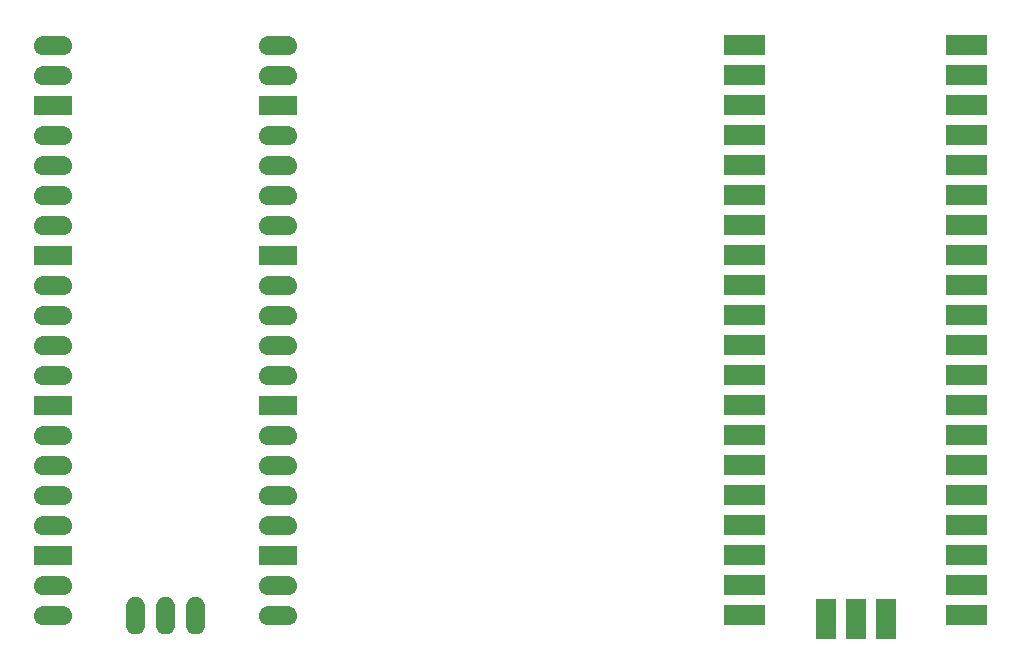
<source format=gtp>
G04 Layer: TopPasteMaskLayer*
G04 EasyEDA v6.5.1, 2022-06-12 07:01:07*
G04 a67cddfb3fce44daa9051d46cbbcc19f,10*
G04 Gerber Generator version 0.2*
G04 Scale: 100 percent, Rotated: No, Reflected: No *
G04 Dimensions in inches *
G04 leading zeros omitted , absolute positions ,3 integer and 6 decimal *
%FSLAX36Y36*%
%MOIN*%

%ADD14R,0.0669X0.1378*%

%LPD*%
G36*
X2461104Y2383465D02*
G01*
X2598895Y2383465D01*
X2598895Y2316534D01*
X2461104Y2316534D01*
G37*
G36*
X2461104Y2283465D02*
G01*
X2598895Y2283465D01*
X2598895Y2216534D01*
X2461104Y2216534D01*
G37*
G36*
X2461104Y2183465D02*
G01*
X2598895Y2183465D01*
X2598895Y2116534D01*
X2461104Y2116534D01*
G37*
G36*
X2461104Y2083465D02*
G01*
X2598895Y2083465D01*
X2598895Y2016534D01*
X2461104Y2016534D01*
G37*
G36*
X2461104Y1983465D02*
G01*
X2598895Y1983465D01*
X2598895Y1916534D01*
X2461104Y1916534D01*
G37*
G36*
X2461104Y1883465D02*
G01*
X2598895Y1883465D01*
X2598895Y1816534D01*
X2461104Y1816534D01*
G37*
G36*
X2461104Y1783465D02*
G01*
X2598895Y1783465D01*
X2598895Y1716534D01*
X2461104Y1716534D01*
G37*
G36*
X2461104Y1683465D02*
G01*
X2598895Y1683465D01*
X2598895Y1616534D01*
X2461104Y1616534D01*
G37*
G36*
X2461104Y1583465D02*
G01*
X2598895Y1583465D01*
X2598895Y1516534D01*
X2461104Y1516534D01*
G37*
G36*
X2461104Y1483465D02*
G01*
X2598895Y1483465D01*
X2598895Y1416534D01*
X2461104Y1416534D01*
G37*
G36*
X2461104Y1383465D02*
G01*
X2598895Y1383465D01*
X2598895Y1316534D01*
X2461104Y1316534D01*
G37*
G36*
X2461104Y1283465D02*
G01*
X2598895Y1283465D01*
X2598895Y1216534D01*
X2461104Y1216534D01*
G37*
G36*
X2461104Y1183465D02*
G01*
X2598895Y1183465D01*
X2598895Y1116534D01*
X2461104Y1116534D01*
G37*
G36*
X2461104Y1083465D02*
G01*
X2598895Y1083465D01*
X2598895Y1016534D01*
X2461104Y1016534D01*
G37*
G36*
X2461104Y983465D02*
G01*
X2598895Y983465D01*
X2598895Y916534D01*
X2461104Y916534D01*
G37*
G36*
X2461104Y883465D02*
G01*
X2598895Y883465D01*
X2598895Y816534D01*
X2461104Y816534D01*
G37*
G36*
X2461104Y783465D02*
G01*
X2598895Y783465D01*
X2598895Y716534D01*
X2461104Y716534D01*
G37*
G36*
X2461104Y683465D02*
G01*
X2598895Y683465D01*
X2598895Y616534D01*
X2461104Y616534D01*
G37*
G36*
X2461104Y583465D02*
G01*
X2598895Y583465D01*
X2598895Y516534D01*
X2461104Y516534D01*
G37*
G36*
X2461104Y483465D02*
G01*
X2598895Y483465D01*
X2598895Y416534D01*
X2461104Y416534D01*
G37*
G36*
X3201104Y2383465D02*
G01*
X3338895Y2383465D01*
X3338895Y2316534D01*
X3201104Y2316534D01*
G37*
G36*
X3201104Y2283465D02*
G01*
X3338895Y2283465D01*
X3338895Y2216534D01*
X3201104Y2216534D01*
G37*
G36*
X3201104Y2183465D02*
G01*
X3338895Y2183465D01*
X3338895Y2116534D01*
X3201104Y2116534D01*
G37*
G36*
X3201104Y2083465D02*
G01*
X3338895Y2083465D01*
X3338895Y2016534D01*
X3201104Y2016534D01*
G37*
G36*
X3201104Y1983465D02*
G01*
X3338895Y1983465D01*
X3338895Y1916534D01*
X3201104Y1916534D01*
G37*
G36*
X3201104Y1883465D02*
G01*
X3338895Y1883465D01*
X3338895Y1816534D01*
X3201104Y1816534D01*
G37*
G36*
X3201104Y1783465D02*
G01*
X3338895Y1783465D01*
X3338895Y1716534D01*
X3201104Y1716534D01*
G37*
G36*
X3201104Y1683465D02*
G01*
X3338895Y1683465D01*
X3338895Y1616534D01*
X3201104Y1616534D01*
G37*
G36*
X3201104Y1583465D02*
G01*
X3338895Y1583465D01*
X3338895Y1516534D01*
X3201104Y1516534D01*
G37*
G36*
X3201104Y1483465D02*
G01*
X3338895Y1483465D01*
X3338895Y1416534D01*
X3201104Y1416534D01*
G37*
G36*
X3201104Y1383465D02*
G01*
X3338895Y1383465D01*
X3338895Y1316534D01*
X3201104Y1316534D01*
G37*
G36*
X3201104Y1283465D02*
G01*
X3338895Y1283465D01*
X3338895Y1216534D01*
X3201104Y1216534D01*
G37*
G36*
X3201104Y1183465D02*
G01*
X3338895Y1183465D01*
X3338895Y1116534D01*
X3201104Y1116534D01*
G37*
G36*
X3201104Y1083465D02*
G01*
X3338895Y1083465D01*
X3338895Y1016534D01*
X3201104Y1016534D01*
G37*
G36*
X3201104Y983465D02*
G01*
X3338895Y983465D01*
X3338895Y916534D01*
X3201104Y916534D01*
G37*
G36*
X3201104Y883465D02*
G01*
X3338895Y883465D01*
X3338895Y816534D01*
X3201104Y816534D01*
G37*
G36*
X3201104Y783465D02*
G01*
X3338895Y783465D01*
X3338895Y716534D01*
X3201104Y716534D01*
G37*
G36*
X3201104Y683465D02*
G01*
X3338895Y683465D01*
X3338895Y616534D01*
X3201104Y616534D01*
G37*
G36*
X3201104Y583465D02*
G01*
X3338895Y583465D01*
X3338895Y516534D01*
X3201104Y516534D01*
G37*
G36*
X3201104Y483465D02*
G01*
X3338895Y483465D01*
X3338895Y416534D01*
X3201104Y416534D01*
G37*
D14*
G01*
X2800000Y439059D03*
G01*
X2900000Y439059D03*
G01*
X3000000Y439059D03*
G36*
X943500Y2318499D02*
G01*
X939709Y2318730D01*
X935969Y2319420D01*
X932330Y2320549D01*
X928869Y2322109D01*
X925609Y2324079D01*
X922619Y2326419D01*
X919930Y2329109D01*
X917579Y2332109D01*
X915609Y2335359D01*
X914049Y2338829D01*
X912920Y2342460D01*
X912240Y2346199D01*
X912010Y2350000D01*
X912240Y2353789D01*
X912920Y2357539D01*
X914049Y2361170D01*
X915609Y2364640D01*
X917579Y2367890D01*
X919930Y2370880D01*
X922619Y2373569D01*
X925609Y2375920D01*
X928869Y2377890D01*
X932330Y2379450D01*
X935969Y2380580D01*
X939709Y2381260D01*
X943500Y2381489D01*
X1006499Y2381489D01*
X1010290Y2381260D01*
X1014030Y2380580D01*
X1017659Y2379450D01*
X1021130Y2377890D01*
X1024390Y2375920D01*
X1027380Y2373569D01*
X1030069Y2370880D01*
X1032420Y2367890D01*
X1034380Y2364640D01*
X1035940Y2361170D01*
X1037079Y2357539D01*
X1037759Y2353789D01*
X1037989Y2350000D01*
X1037759Y2346199D01*
X1037079Y2342460D01*
X1035940Y2338829D01*
X1034380Y2335359D01*
X1032420Y2332109D01*
X1030069Y2329109D01*
X1027380Y2326419D01*
X1024390Y2324079D01*
X1021130Y2322109D01*
X1017659Y2320549D01*
X1014030Y2319420D01*
X1010290Y2318730D01*
X1006499Y2318499D01*
G37*
G36*
X943500Y2218499D02*
G01*
X939709Y2218730D01*
X935969Y2219420D01*
X932330Y2220549D01*
X928869Y2222109D01*
X925609Y2224079D01*
X922619Y2226419D01*
X919930Y2229109D01*
X917579Y2232109D01*
X915609Y2235359D01*
X914049Y2238829D01*
X912920Y2242460D01*
X912240Y2246199D01*
X912010Y2250000D01*
X912240Y2253789D01*
X912920Y2257539D01*
X914049Y2261170D01*
X915609Y2264640D01*
X917579Y2267890D01*
X919930Y2270880D01*
X922619Y2273569D01*
X925609Y2275920D01*
X928869Y2277890D01*
X932330Y2279450D01*
X935969Y2280580D01*
X939709Y2281260D01*
X943500Y2281489D01*
X1006499Y2281489D01*
X1010290Y2281260D01*
X1014030Y2280580D01*
X1017659Y2279450D01*
X1021130Y2277890D01*
X1024390Y2275920D01*
X1027380Y2273569D01*
X1030069Y2270880D01*
X1032420Y2267890D01*
X1034380Y2264640D01*
X1035940Y2261170D01*
X1037079Y2257539D01*
X1037759Y2253789D01*
X1037989Y2250000D01*
X1037759Y2246199D01*
X1037079Y2242460D01*
X1035940Y2238829D01*
X1034380Y2235359D01*
X1032420Y2232109D01*
X1030069Y2229109D01*
X1027380Y2226419D01*
X1024390Y2224079D01*
X1021130Y2222109D01*
X1017659Y2220549D01*
X1014030Y2219420D01*
X1010290Y2218730D01*
X1006499Y2218499D01*
G37*
G36*
X912010Y2118499D02*
G01*
X912010Y2181489D01*
X1037989Y2181489D01*
X1037989Y2118499D01*
G37*
G36*
X943500Y2018499D02*
G01*
X939709Y2018730D01*
X935969Y2019420D01*
X932330Y2020549D01*
X928869Y2022109D01*
X925609Y2024079D01*
X922619Y2026419D01*
X919930Y2029109D01*
X917579Y2032109D01*
X915609Y2035359D01*
X914049Y2038829D01*
X912920Y2042460D01*
X912240Y2046199D01*
X912010Y2050000D01*
X912240Y2053800D01*
X912920Y2057539D01*
X914049Y2061170D01*
X915609Y2064640D01*
X917579Y2067890D01*
X919930Y2070880D01*
X922619Y2073569D01*
X925609Y2075920D01*
X928869Y2077890D01*
X932330Y2079450D01*
X935969Y2080580D01*
X939709Y2081269D01*
X943500Y2081489D01*
X1006499Y2081489D01*
X1010290Y2081269D01*
X1014030Y2080580D01*
X1017659Y2079450D01*
X1021130Y2077890D01*
X1024390Y2075920D01*
X1027380Y2073569D01*
X1030069Y2070880D01*
X1032420Y2067890D01*
X1034380Y2064640D01*
X1035940Y2061170D01*
X1037079Y2057539D01*
X1037759Y2053800D01*
X1037989Y2050000D01*
X1037759Y2046199D01*
X1037079Y2042460D01*
X1035940Y2038829D01*
X1034380Y2035359D01*
X1032420Y2032109D01*
X1030069Y2029109D01*
X1027380Y2026419D01*
X1024390Y2024079D01*
X1021130Y2022109D01*
X1017659Y2020549D01*
X1014030Y2019420D01*
X1010290Y2018730D01*
X1006499Y2018499D01*
G37*
G36*
X943500Y1918499D02*
G01*
X939709Y1918730D01*
X935969Y1919420D01*
X932330Y1920549D01*
X928869Y1922109D01*
X925609Y1924079D01*
X922619Y1926419D01*
X919930Y1929109D01*
X917579Y1932109D01*
X915609Y1935359D01*
X914049Y1938829D01*
X912920Y1942460D01*
X912240Y1946199D01*
X912010Y1950000D01*
X912240Y1953800D01*
X912920Y1957539D01*
X914049Y1961170D01*
X915609Y1964640D01*
X917579Y1967890D01*
X919930Y1970880D01*
X922619Y1973569D01*
X925609Y1975920D01*
X928869Y1977890D01*
X932330Y1979450D01*
X935969Y1980580D01*
X939709Y1981269D01*
X943500Y1981489D01*
X1006499Y1981489D01*
X1010290Y1981269D01*
X1014030Y1980580D01*
X1017659Y1979450D01*
X1021130Y1977890D01*
X1024390Y1975920D01*
X1027380Y1973569D01*
X1030069Y1970880D01*
X1032420Y1967890D01*
X1034380Y1964640D01*
X1035940Y1961170D01*
X1037079Y1957539D01*
X1037759Y1953800D01*
X1037989Y1950000D01*
X1037759Y1946199D01*
X1037079Y1942460D01*
X1035940Y1938829D01*
X1034380Y1935359D01*
X1032420Y1932109D01*
X1030069Y1929109D01*
X1027380Y1926419D01*
X1024390Y1924079D01*
X1021130Y1922109D01*
X1017659Y1920549D01*
X1014030Y1919420D01*
X1010290Y1918730D01*
X1006499Y1918499D01*
G37*
G36*
X943500Y1818499D02*
G01*
X939709Y1818730D01*
X935969Y1819420D01*
X932330Y1820549D01*
X928869Y1822109D01*
X925609Y1824079D01*
X922619Y1826419D01*
X919930Y1829109D01*
X917579Y1832109D01*
X915609Y1835359D01*
X914049Y1838829D01*
X912920Y1842460D01*
X912240Y1846199D01*
X912010Y1850000D01*
X912240Y1853800D01*
X912920Y1857539D01*
X914049Y1861170D01*
X915609Y1864640D01*
X917579Y1867890D01*
X919930Y1870880D01*
X922619Y1873569D01*
X925609Y1875920D01*
X928869Y1877890D01*
X932330Y1879450D01*
X935969Y1880580D01*
X939709Y1881269D01*
X943500Y1881500D01*
X1006499Y1881500D01*
X1010290Y1881269D01*
X1014030Y1880580D01*
X1017659Y1879450D01*
X1021130Y1877890D01*
X1024390Y1875920D01*
X1027380Y1873569D01*
X1030069Y1870880D01*
X1032420Y1867890D01*
X1034380Y1864640D01*
X1035940Y1861170D01*
X1037079Y1857539D01*
X1037759Y1853800D01*
X1037989Y1850000D01*
X1037759Y1846199D01*
X1037079Y1842460D01*
X1035940Y1838829D01*
X1034380Y1835359D01*
X1032420Y1832109D01*
X1030069Y1829109D01*
X1027380Y1826419D01*
X1024390Y1824079D01*
X1021130Y1822109D01*
X1017659Y1820549D01*
X1014030Y1819420D01*
X1010290Y1818730D01*
X1006499Y1818499D01*
G37*
G36*
X943500Y1718499D02*
G01*
X939709Y1718730D01*
X935969Y1719420D01*
X932330Y1720549D01*
X928869Y1722109D01*
X925609Y1724079D01*
X922619Y1726419D01*
X919930Y1729109D01*
X917579Y1732109D01*
X915609Y1735359D01*
X914049Y1738829D01*
X912920Y1742460D01*
X912240Y1746199D01*
X912010Y1750000D01*
X912240Y1753800D01*
X912920Y1757539D01*
X914049Y1761170D01*
X915609Y1764640D01*
X917579Y1767890D01*
X919930Y1770890D01*
X922619Y1773569D01*
X925609Y1775920D01*
X928869Y1777890D01*
X932330Y1779450D01*
X935969Y1780580D01*
X939709Y1781269D01*
X943500Y1781500D01*
X1006499Y1781500D01*
X1010290Y1781269D01*
X1014030Y1780580D01*
X1017659Y1779450D01*
X1021130Y1777890D01*
X1024390Y1775920D01*
X1027380Y1773569D01*
X1030069Y1770890D01*
X1032420Y1767890D01*
X1034380Y1764640D01*
X1035940Y1761170D01*
X1037079Y1757539D01*
X1037759Y1753800D01*
X1037989Y1750000D01*
X1037759Y1746199D01*
X1037079Y1742460D01*
X1035940Y1738829D01*
X1034380Y1735359D01*
X1032420Y1732109D01*
X1030069Y1729109D01*
X1027380Y1726419D01*
X1024390Y1724079D01*
X1021130Y1722109D01*
X1017659Y1720549D01*
X1014030Y1719420D01*
X1010290Y1718730D01*
X1006499Y1718499D01*
G37*
G36*
X912010Y1618499D02*
G01*
X912010Y1681500D01*
X1037989Y1681500D01*
X1037989Y1618499D01*
G37*
G36*
X943500Y1518499D02*
G01*
X939709Y1518730D01*
X935969Y1519420D01*
X932330Y1520549D01*
X928869Y1522109D01*
X925609Y1524079D01*
X922619Y1526419D01*
X919930Y1529109D01*
X917579Y1532109D01*
X915609Y1535359D01*
X914049Y1538829D01*
X912920Y1542460D01*
X912240Y1546199D01*
X912010Y1550000D01*
X912240Y1553800D01*
X912920Y1557539D01*
X914049Y1561170D01*
X915609Y1564640D01*
X917579Y1567890D01*
X919930Y1570890D01*
X922619Y1573569D01*
X925609Y1575920D01*
X928869Y1577890D01*
X932330Y1579450D01*
X935969Y1580580D01*
X939709Y1581269D01*
X943500Y1581500D01*
X1006499Y1581500D01*
X1010290Y1581269D01*
X1014030Y1580580D01*
X1017659Y1579450D01*
X1021130Y1577890D01*
X1024390Y1575920D01*
X1027380Y1573569D01*
X1030069Y1570890D01*
X1032420Y1567890D01*
X1034380Y1564640D01*
X1035940Y1561170D01*
X1037079Y1557539D01*
X1037759Y1553800D01*
X1037989Y1550000D01*
X1037759Y1546199D01*
X1037079Y1542460D01*
X1035940Y1538829D01*
X1034380Y1535359D01*
X1032420Y1532109D01*
X1030069Y1529109D01*
X1027380Y1526419D01*
X1024390Y1524079D01*
X1021130Y1522109D01*
X1017659Y1520549D01*
X1014030Y1519420D01*
X1010290Y1518730D01*
X1006499Y1518499D01*
G37*
G36*
X943500Y1418499D02*
G01*
X939709Y1418730D01*
X935969Y1419420D01*
X932330Y1420549D01*
X928869Y1422109D01*
X925609Y1424079D01*
X922619Y1426419D01*
X919930Y1429109D01*
X917579Y1432109D01*
X915609Y1435359D01*
X914049Y1438829D01*
X912920Y1442460D01*
X912240Y1446199D01*
X912010Y1450000D01*
X912240Y1453800D01*
X912920Y1457539D01*
X914049Y1461170D01*
X915609Y1464640D01*
X917579Y1467890D01*
X919930Y1470890D01*
X922619Y1473569D01*
X925609Y1475920D01*
X928869Y1477890D01*
X932330Y1479450D01*
X935969Y1480580D01*
X939709Y1481269D01*
X943500Y1481500D01*
X1006499Y1481500D01*
X1010290Y1481269D01*
X1014030Y1480580D01*
X1017659Y1479450D01*
X1021130Y1477890D01*
X1024390Y1475920D01*
X1027380Y1473569D01*
X1030069Y1470890D01*
X1032420Y1467890D01*
X1034380Y1464640D01*
X1035940Y1461170D01*
X1037079Y1457539D01*
X1037759Y1453800D01*
X1037989Y1450000D01*
X1037759Y1446199D01*
X1037079Y1442460D01*
X1035940Y1438829D01*
X1034380Y1435359D01*
X1032420Y1432109D01*
X1030069Y1429109D01*
X1027380Y1426419D01*
X1024390Y1424079D01*
X1021130Y1422109D01*
X1017659Y1420549D01*
X1014030Y1419420D01*
X1010290Y1418730D01*
X1006499Y1418499D01*
G37*
G36*
X943500Y1318499D02*
G01*
X939709Y1318730D01*
X935969Y1319420D01*
X932330Y1320549D01*
X928869Y1322109D01*
X925609Y1324079D01*
X922619Y1326430D01*
X919930Y1329109D01*
X917579Y1332109D01*
X915609Y1335359D01*
X914049Y1338829D01*
X912920Y1342460D01*
X912240Y1346199D01*
X912010Y1350000D01*
X912240Y1353800D01*
X912920Y1357539D01*
X914049Y1361170D01*
X915609Y1364640D01*
X917579Y1367890D01*
X919930Y1370890D01*
X922619Y1373580D01*
X925609Y1375920D01*
X928869Y1377890D01*
X932330Y1379450D01*
X935969Y1380580D01*
X939709Y1381269D01*
X943500Y1381500D01*
X1006499Y1381500D01*
X1010290Y1381269D01*
X1014030Y1380580D01*
X1017659Y1379450D01*
X1021130Y1377890D01*
X1024390Y1375920D01*
X1027380Y1373580D01*
X1030069Y1370890D01*
X1032420Y1367890D01*
X1034380Y1364640D01*
X1035940Y1361170D01*
X1037079Y1357539D01*
X1037759Y1353800D01*
X1037989Y1350000D01*
X1037759Y1346199D01*
X1037079Y1342460D01*
X1035940Y1338829D01*
X1034380Y1335359D01*
X1032420Y1332109D01*
X1030069Y1329109D01*
X1027380Y1326430D01*
X1024390Y1324079D01*
X1021130Y1322109D01*
X1017659Y1320549D01*
X1014030Y1319420D01*
X1010290Y1318730D01*
X1006499Y1318499D01*
G37*
G36*
X943500Y1218499D02*
G01*
X939709Y1218730D01*
X935969Y1219420D01*
X932330Y1220549D01*
X928869Y1222109D01*
X925609Y1224079D01*
X922619Y1226430D01*
X919930Y1229109D01*
X917579Y1232109D01*
X915609Y1235359D01*
X914049Y1238829D01*
X912920Y1242460D01*
X912240Y1246199D01*
X912010Y1250000D01*
X912240Y1253800D01*
X912920Y1257539D01*
X914049Y1261170D01*
X915609Y1264640D01*
X917579Y1267890D01*
X919930Y1270890D01*
X922619Y1273580D01*
X925609Y1275920D01*
X928869Y1277890D01*
X932330Y1279450D01*
X935969Y1280580D01*
X939709Y1281269D01*
X943500Y1281500D01*
X1006499Y1281500D01*
X1010290Y1281269D01*
X1014030Y1280580D01*
X1017659Y1279450D01*
X1021130Y1277890D01*
X1024390Y1275920D01*
X1027380Y1273580D01*
X1030069Y1270890D01*
X1032420Y1267890D01*
X1034380Y1264640D01*
X1035940Y1261170D01*
X1037079Y1257539D01*
X1037759Y1253800D01*
X1037989Y1250000D01*
X1037759Y1246199D01*
X1037079Y1242460D01*
X1035940Y1238829D01*
X1034380Y1235359D01*
X1032420Y1232109D01*
X1030069Y1229109D01*
X1027380Y1226430D01*
X1024390Y1224079D01*
X1021130Y1222109D01*
X1017659Y1220549D01*
X1014030Y1219420D01*
X1010290Y1218730D01*
X1006499Y1218499D01*
G37*
G36*
X912010Y1118499D02*
G01*
X912010Y1181500D01*
X1037989Y1181500D01*
X1037989Y1118499D01*
G37*
G36*
X943500Y1018499D02*
G01*
X939709Y1018730D01*
X935969Y1019420D01*
X932330Y1020549D01*
X928869Y1022109D01*
X925609Y1024079D01*
X922619Y1026430D01*
X919930Y1029109D01*
X917579Y1032109D01*
X915609Y1035359D01*
X914049Y1038829D01*
X912920Y1042460D01*
X912240Y1046199D01*
X912010Y1050000D01*
X912240Y1053800D01*
X912920Y1057539D01*
X914049Y1061170D01*
X915609Y1064640D01*
X917579Y1067890D01*
X919930Y1070890D01*
X922619Y1073580D01*
X925609Y1075920D01*
X928869Y1077890D01*
X932330Y1079450D01*
X935969Y1080580D01*
X939709Y1081269D01*
X943500Y1081500D01*
X1006499Y1081500D01*
X1010290Y1081269D01*
X1014030Y1080580D01*
X1017659Y1079450D01*
X1021130Y1077890D01*
X1024390Y1075920D01*
X1027380Y1073580D01*
X1030069Y1070890D01*
X1032420Y1067890D01*
X1034380Y1064640D01*
X1035940Y1061170D01*
X1037079Y1057539D01*
X1037759Y1053800D01*
X1037989Y1050000D01*
X1037759Y1046199D01*
X1037079Y1042460D01*
X1035940Y1038829D01*
X1034380Y1035359D01*
X1032420Y1032109D01*
X1030069Y1029109D01*
X1027380Y1026430D01*
X1024390Y1024079D01*
X1021130Y1022109D01*
X1017659Y1020549D01*
X1014030Y1019420D01*
X1010290Y1018730D01*
X1006499Y1018499D01*
G37*
G36*
X943500Y918499D02*
G01*
X939709Y918730D01*
X935969Y919420D01*
X932330Y920549D01*
X928869Y922109D01*
X925609Y924079D01*
X922619Y926430D01*
X919930Y929119D01*
X917579Y932109D01*
X915609Y935359D01*
X914049Y938829D01*
X912920Y942460D01*
X912240Y946199D01*
X912010Y950000D01*
X912240Y953800D01*
X912920Y957539D01*
X914049Y961170D01*
X915609Y964640D01*
X917579Y967890D01*
X919930Y970890D01*
X922619Y973580D01*
X925609Y975920D01*
X928869Y977890D01*
X932330Y979450D01*
X935969Y980579D01*
X939709Y981269D01*
X943500Y981500D01*
X1006499Y981500D01*
X1010290Y981269D01*
X1014030Y980579D01*
X1017659Y979450D01*
X1021130Y977890D01*
X1024390Y975920D01*
X1027380Y973580D01*
X1030069Y970890D01*
X1032420Y967890D01*
X1034380Y964640D01*
X1035940Y961170D01*
X1037079Y957539D01*
X1037759Y953800D01*
X1037989Y950000D01*
X1037759Y946199D01*
X1037079Y942460D01*
X1035940Y938829D01*
X1034380Y935359D01*
X1032420Y932109D01*
X1030069Y929119D01*
X1027380Y926430D01*
X1024390Y924079D01*
X1021130Y922109D01*
X1017659Y920549D01*
X1014030Y919420D01*
X1010290Y918730D01*
X1006499Y918499D01*
G37*
G36*
X943500Y818510D02*
G01*
X939709Y818730D01*
X935969Y819420D01*
X932330Y820549D01*
X928869Y822109D01*
X925609Y824079D01*
X922619Y826430D01*
X919930Y829119D01*
X917579Y832109D01*
X915609Y835359D01*
X914049Y838829D01*
X912920Y842460D01*
X912240Y846199D01*
X912010Y850000D01*
X912240Y853800D01*
X912920Y857539D01*
X914049Y861170D01*
X915609Y864640D01*
X917579Y867890D01*
X919930Y870890D01*
X922619Y873580D01*
X925609Y875920D01*
X928869Y877890D01*
X932330Y879450D01*
X935969Y880579D01*
X939709Y881269D01*
X943500Y881500D01*
X1006499Y881500D01*
X1010290Y881269D01*
X1014030Y880579D01*
X1017659Y879450D01*
X1021130Y877890D01*
X1024390Y875920D01*
X1027380Y873580D01*
X1030069Y870890D01*
X1032420Y867890D01*
X1034380Y864640D01*
X1035940Y861170D01*
X1037079Y857539D01*
X1037759Y853800D01*
X1037989Y850000D01*
X1037759Y846199D01*
X1037079Y842460D01*
X1035940Y838829D01*
X1034380Y835359D01*
X1032420Y832109D01*
X1030069Y829119D01*
X1027380Y826430D01*
X1024390Y824079D01*
X1021130Y822109D01*
X1017659Y820549D01*
X1014030Y819420D01*
X1010290Y818730D01*
X1006499Y818510D01*
G37*
G36*
X943500Y718510D02*
G01*
X939709Y718730D01*
X935969Y719420D01*
X932330Y720549D01*
X928869Y722109D01*
X925609Y724079D01*
X922619Y726430D01*
X919930Y729119D01*
X917579Y732109D01*
X915609Y735359D01*
X914049Y738829D01*
X912920Y742460D01*
X912240Y746199D01*
X912010Y750000D01*
X912240Y753800D01*
X912920Y757539D01*
X914049Y761170D01*
X915609Y764640D01*
X917579Y767890D01*
X919930Y770890D01*
X922619Y773580D01*
X925609Y775920D01*
X928869Y777890D01*
X932330Y779450D01*
X935969Y780579D01*
X939709Y781269D01*
X943500Y781500D01*
X1006499Y781500D01*
X1010290Y781269D01*
X1014030Y780579D01*
X1017659Y779450D01*
X1021130Y777890D01*
X1024390Y775920D01*
X1027380Y773580D01*
X1030069Y770890D01*
X1032420Y767890D01*
X1034380Y764640D01*
X1035940Y761170D01*
X1037079Y757539D01*
X1037759Y753800D01*
X1037989Y750000D01*
X1037759Y746199D01*
X1037079Y742460D01*
X1035940Y738829D01*
X1034380Y735359D01*
X1032420Y732109D01*
X1030069Y729119D01*
X1027380Y726430D01*
X1024390Y724079D01*
X1021130Y722109D01*
X1017659Y720549D01*
X1014030Y719420D01*
X1010290Y718730D01*
X1006499Y718510D01*
G37*
G36*
X912010Y618510D02*
G01*
X912010Y681500D01*
X1037989Y681500D01*
X1037989Y618510D01*
G37*
G36*
X943500Y518510D02*
G01*
X939709Y518739D01*
X935969Y519420D01*
X932330Y520549D01*
X928869Y522109D01*
X925609Y524079D01*
X922619Y526430D01*
X919930Y529119D01*
X917579Y532109D01*
X915609Y535359D01*
X914049Y538829D01*
X912920Y542460D01*
X912240Y546210D01*
X912010Y550000D01*
X912240Y553800D01*
X912920Y557539D01*
X914049Y561170D01*
X915609Y564640D01*
X917579Y567890D01*
X919930Y570890D01*
X922619Y573580D01*
X925609Y575920D01*
X928869Y577890D01*
X932330Y579450D01*
X935969Y580579D01*
X939709Y581269D01*
X943500Y581500D01*
X1006499Y581500D01*
X1010290Y581269D01*
X1014030Y580579D01*
X1017659Y579450D01*
X1021130Y577890D01*
X1024390Y575920D01*
X1027380Y573580D01*
X1030069Y570890D01*
X1032420Y567890D01*
X1034380Y564640D01*
X1035940Y561170D01*
X1037079Y557539D01*
X1037759Y553800D01*
X1037989Y550000D01*
X1037759Y546210D01*
X1037079Y542460D01*
X1035940Y538829D01*
X1034380Y535359D01*
X1032420Y532109D01*
X1030069Y529119D01*
X1027380Y526430D01*
X1024390Y524079D01*
X1021130Y522109D01*
X1017659Y520549D01*
X1014030Y519420D01*
X1010290Y518739D01*
X1006499Y518510D01*
G37*
G36*
X943500Y418510D02*
G01*
X939709Y418739D01*
X935969Y419420D01*
X932330Y420549D01*
X928869Y422109D01*
X925609Y424079D01*
X922619Y426430D01*
X919930Y429119D01*
X917579Y432109D01*
X915609Y435359D01*
X914049Y438829D01*
X912920Y442460D01*
X912240Y446210D01*
X912010Y450000D01*
X912240Y453800D01*
X912920Y457539D01*
X914049Y461170D01*
X915609Y464640D01*
X917579Y467890D01*
X919930Y470890D01*
X922619Y473580D01*
X925609Y475920D01*
X928869Y477890D01*
X932330Y479450D01*
X935969Y480579D01*
X939709Y481269D01*
X943500Y481500D01*
X1006499Y481500D01*
X1010290Y481269D01*
X1014030Y480579D01*
X1017659Y479450D01*
X1021130Y477890D01*
X1024390Y475920D01*
X1027380Y473580D01*
X1030069Y470890D01*
X1032420Y467890D01*
X1034380Y464640D01*
X1035940Y461170D01*
X1037079Y457539D01*
X1037759Y453800D01*
X1037989Y450000D01*
X1037759Y446210D01*
X1037079Y442460D01*
X1035940Y438829D01*
X1034380Y435359D01*
X1032420Y432109D01*
X1030069Y429119D01*
X1027380Y426430D01*
X1024390Y424079D01*
X1021130Y422109D01*
X1017659Y420549D01*
X1014030Y419420D01*
X1010290Y418739D01*
X1006499Y418510D01*
G37*
G36*
X193499Y418510D02*
G01*
X189709Y418739D01*
X185970Y419420D01*
X182339Y420549D01*
X178870Y422109D01*
X175610Y424079D01*
X172620Y426430D01*
X169929Y429119D01*
X167579Y432109D01*
X165619Y435359D01*
X164059Y438829D01*
X162919Y442460D01*
X162240Y446210D01*
X162009Y450000D01*
X162240Y453800D01*
X162919Y457539D01*
X164059Y461170D01*
X165619Y464640D01*
X167579Y467890D01*
X169929Y470890D01*
X172620Y473580D01*
X175610Y475920D01*
X178870Y477890D01*
X182339Y479450D01*
X185970Y480579D01*
X189709Y481269D01*
X193499Y481500D01*
X256500Y481500D01*
X260290Y481269D01*
X264029Y480579D01*
X267669Y479450D01*
X271129Y477890D01*
X274389Y475920D01*
X277379Y473580D01*
X280070Y470890D01*
X282420Y467890D01*
X284389Y464640D01*
X285949Y461170D01*
X287080Y457539D01*
X287759Y453800D01*
X287990Y450000D01*
X287759Y446210D01*
X287080Y442460D01*
X285949Y438829D01*
X284389Y435359D01*
X282420Y432109D01*
X280070Y429119D01*
X277379Y426430D01*
X274389Y424079D01*
X271129Y422109D01*
X267669Y420549D01*
X264029Y419420D01*
X260290Y418739D01*
X256500Y418510D01*
G37*
G36*
X193499Y518510D02*
G01*
X189709Y518739D01*
X185970Y519420D01*
X182339Y520549D01*
X178870Y522109D01*
X175610Y524079D01*
X172620Y526430D01*
X169929Y529119D01*
X167579Y532109D01*
X165619Y535359D01*
X164059Y538829D01*
X162919Y542460D01*
X162240Y546210D01*
X162009Y550000D01*
X162240Y553800D01*
X162919Y557539D01*
X164059Y561170D01*
X165619Y564640D01*
X167579Y567890D01*
X169929Y570890D01*
X172620Y573580D01*
X175610Y575920D01*
X178870Y577890D01*
X182339Y579450D01*
X185970Y580579D01*
X189709Y581269D01*
X193499Y581500D01*
X256500Y581500D01*
X260290Y581269D01*
X264029Y580579D01*
X267669Y579450D01*
X271129Y577890D01*
X274389Y575920D01*
X277379Y573580D01*
X280070Y570890D01*
X282420Y567890D01*
X284389Y564640D01*
X285949Y561170D01*
X287080Y557539D01*
X287759Y553800D01*
X287990Y550000D01*
X287759Y546210D01*
X287080Y542460D01*
X285949Y538829D01*
X284389Y535359D01*
X282420Y532109D01*
X280070Y529119D01*
X277379Y526430D01*
X274389Y524079D01*
X271129Y522109D01*
X267669Y520549D01*
X264029Y519420D01*
X260290Y518739D01*
X256500Y518510D01*
G37*
G36*
X162009Y618510D02*
G01*
X162009Y681500D01*
X287990Y681500D01*
X287990Y618510D01*
G37*
G36*
X193499Y718510D02*
G01*
X189709Y718730D01*
X185970Y719420D01*
X182339Y720549D01*
X178870Y722109D01*
X175610Y724079D01*
X172620Y726430D01*
X169929Y729119D01*
X167579Y732109D01*
X165619Y735359D01*
X164059Y738829D01*
X162919Y742460D01*
X162240Y746199D01*
X162009Y750000D01*
X162240Y753800D01*
X162919Y757539D01*
X164059Y761170D01*
X165619Y764640D01*
X167579Y767890D01*
X169929Y770890D01*
X172620Y773580D01*
X175610Y775920D01*
X178870Y777890D01*
X182339Y779450D01*
X185970Y780579D01*
X189709Y781269D01*
X193499Y781500D01*
X256500Y781500D01*
X260290Y781269D01*
X264029Y780579D01*
X267669Y779450D01*
X271129Y777890D01*
X274389Y775920D01*
X277379Y773580D01*
X280070Y770890D01*
X282420Y767890D01*
X284389Y764640D01*
X285949Y761170D01*
X287080Y757539D01*
X287759Y753800D01*
X287990Y750000D01*
X287759Y746199D01*
X287080Y742460D01*
X285949Y738829D01*
X284389Y735359D01*
X282420Y732109D01*
X280070Y729119D01*
X277379Y726430D01*
X274389Y724079D01*
X271129Y722109D01*
X267669Y720549D01*
X264029Y719420D01*
X260290Y718730D01*
X256500Y718510D01*
G37*
G36*
X193499Y818510D02*
G01*
X189709Y818730D01*
X185970Y819420D01*
X182339Y820549D01*
X178870Y822109D01*
X175610Y824079D01*
X172620Y826430D01*
X169929Y829119D01*
X167579Y832109D01*
X165619Y835359D01*
X164059Y838829D01*
X162919Y842460D01*
X162240Y846199D01*
X162009Y850000D01*
X162240Y853800D01*
X162919Y857539D01*
X164059Y861170D01*
X165619Y864640D01*
X167579Y867890D01*
X169929Y870890D01*
X172620Y873580D01*
X175610Y875920D01*
X178870Y877890D01*
X182339Y879450D01*
X185970Y880579D01*
X189709Y881269D01*
X193499Y881500D01*
X256500Y881500D01*
X260290Y881269D01*
X264029Y880579D01*
X267669Y879450D01*
X271129Y877890D01*
X274389Y875920D01*
X277379Y873580D01*
X280070Y870890D01*
X282420Y867890D01*
X284389Y864640D01*
X285949Y861170D01*
X287080Y857539D01*
X287759Y853800D01*
X287990Y850000D01*
X287759Y846199D01*
X287080Y842460D01*
X285949Y838829D01*
X284389Y835359D01*
X282420Y832109D01*
X280070Y829119D01*
X277379Y826430D01*
X274389Y824079D01*
X271129Y822109D01*
X267669Y820549D01*
X264029Y819420D01*
X260290Y818730D01*
X256500Y818510D01*
G37*
G36*
X193499Y918499D02*
G01*
X189709Y918730D01*
X185970Y919420D01*
X182339Y920549D01*
X178870Y922109D01*
X175610Y924079D01*
X172620Y926430D01*
X169929Y929119D01*
X167579Y932109D01*
X165619Y935359D01*
X164059Y938829D01*
X162919Y942460D01*
X162240Y946199D01*
X162009Y950000D01*
X162240Y953800D01*
X162919Y957539D01*
X164059Y961170D01*
X165619Y964640D01*
X167579Y967890D01*
X169929Y970890D01*
X172620Y973580D01*
X175610Y975920D01*
X178870Y977890D01*
X182339Y979450D01*
X185970Y980579D01*
X189709Y981269D01*
X193499Y981500D01*
X256500Y981500D01*
X260290Y981269D01*
X264029Y980579D01*
X267669Y979450D01*
X271129Y977890D01*
X274389Y975920D01*
X277379Y973580D01*
X280070Y970890D01*
X282420Y967890D01*
X284389Y964640D01*
X285949Y961170D01*
X287080Y957539D01*
X287759Y953800D01*
X287990Y950000D01*
X287759Y946199D01*
X287080Y942460D01*
X285949Y938829D01*
X284389Y935359D01*
X282420Y932109D01*
X280070Y929119D01*
X277379Y926430D01*
X274389Y924079D01*
X271129Y922109D01*
X267669Y920549D01*
X264029Y919420D01*
X260290Y918730D01*
X256500Y918499D01*
G37*
G36*
X193499Y1018499D02*
G01*
X189709Y1018730D01*
X185970Y1019420D01*
X182339Y1020549D01*
X178870Y1022109D01*
X175610Y1024079D01*
X172620Y1026430D01*
X169929Y1029109D01*
X167579Y1032109D01*
X165619Y1035359D01*
X164059Y1038829D01*
X162919Y1042460D01*
X162240Y1046199D01*
X162009Y1050000D01*
X162240Y1053800D01*
X162919Y1057539D01*
X164059Y1061170D01*
X165619Y1064640D01*
X167579Y1067890D01*
X169929Y1070890D01*
X172620Y1073580D01*
X175610Y1075920D01*
X178870Y1077890D01*
X182339Y1079450D01*
X185970Y1080580D01*
X189709Y1081269D01*
X193499Y1081500D01*
X256500Y1081500D01*
X260290Y1081269D01*
X264029Y1080580D01*
X267669Y1079450D01*
X271129Y1077890D01*
X274389Y1075920D01*
X277379Y1073580D01*
X280070Y1070890D01*
X282420Y1067890D01*
X284389Y1064640D01*
X285949Y1061170D01*
X287080Y1057539D01*
X287759Y1053800D01*
X287990Y1050000D01*
X287759Y1046199D01*
X287080Y1042460D01*
X285949Y1038829D01*
X284389Y1035359D01*
X282420Y1032109D01*
X280070Y1029109D01*
X277379Y1026430D01*
X274389Y1024079D01*
X271129Y1022109D01*
X267669Y1020549D01*
X264029Y1019420D01*
X260290Y1018730D01*
X256500Y1018499D01*
G37*
G36*
X162009Y1118499D02*
G01*
X162009Y1181500D01*
X287990Y1181500D01*
X287990Y1118499D01*
G37*
G36*
X193499Y1218499D02*
G01*
X189709Y1218730D01*
X185970Y1219420D01*
X182339Y1220549D01*
X178870Y1222109D01*
X175610Y1224079D01*
X172620Y1226430D01*
X169929Y1229109D01*
X167579Y1232109D01*
X165619Y1235359D01*
X164059Y1238829D01*
X162919Y1242460D01*
X162240Y1246199D01*
X162009Y1250000D01*
X162240Y1253800D01*
X162919Y1257539D01*
X164059Y1261170D01*
X165619Y1264640D01*
X167579Y1267890D01*
X169929Y1270890D01*
X172620Y1273580D01*
X175610Y1275920D01*
X178870Y1277890D01*
X182339Y1279450D01*
X185970Y1280580D01*
X189709Y1281269D01*
X193499Y1281500D01*
X256500Y1281500D01*
X260290Y1281269D01*
X264029Y1280580D01*
X267669Y1279450D01*
X271129Y1277890D01*
X274389Y1275920D01*
X277379Y1273580D01*
X280070Y1270890D01*
X282420Y1267890D01*
X284389Y1264640D01*
X285949Y1261170D01*
X287080Y1257539D01*
X287759Y1253800D01*
X287990Y1250000D01*
X287759Y1246199D01*
X287080Y1242460D01*
X285949Y1238829D01*
X284389Y1235359D01*
X282420Y1232109D01*
X280070Y1229109D01*
X277379Y1226430D01*
X274389Y1224079D01*
X271129Y1222109D01*
X267669Y1220549D01*
X264029Y1219420D01*
X260290Y1218730D01*
X256500Y1218499D01*
G37*
G36*
X193499Y1318499D02*
G01*
X189709Y1318730D01*
X185970Y1319420D01*
X182339Y1320549D01*
X178870Y1322109D01*
X175610Y1324079D01*
X172620Y1326430D01*
X169929Y1329109D01*
X167579Y1332109D01*
X165619Y1335359D01*
X164059Y1338829D01*
X162919Y1342460D01*
X162240Y1346199D01*
X162009Y1350000D01*
X162240Y1353800D01*
X162919Y1357539D01*
X164059Y1361170D01*
X165619Y1364640D01*
X167579Y1367890D01*
X169929Y1370890D01*
X172620Y1373580D01*
X175610Y1375920D01*
X178870Y1377890D01*
X182339Y1379450D01*
X185970Y1380580D01*
X189709Y1381269D01*
X193499Y1381500D01*
X256500Y1381500D01*
X260290Y1381269D01*
X264029Y1380580D01*
X267669Y1379450D01*
X271129Y1377890D01*
X274389Y1375920D01*
X277379Y1373580D01*
X280070Y1370890D01*
X282420Y1367890D01*
X284389Y1364640D01*
X285949Y1361170D01*
X287080Y1357539D01*
X287759Y1353800D01*
X287990Y1350000D01*
X287759Y1346199D01*
X287080Y1342460D01*
X285949Y1338829D01*
X284389Y1335359D01*
X282420Y1332109D01*
X280070Y1329109D01*
X277379Y1326430D01*
X274389Y1324079D01*
X271129Y1322109D01*
X267669Y1320549D01*
X264029Y1319420D01*
X260290Y1318730D01*
X256500Y1318499D01*
G37*
G36*
X193499Y1418499D02*
G01*
X189709Y1418730D01*
X185970Y1419420D01*
X182339Y1420549D01*
X178870Y1422109D01*
X175610Y1424079D01*
X172620Y1426419D01*
X169929Y1429109D01*
X167579Y1432109D01*
X165619Y1435359D01*
X164059Y1438829D01*
X162919Y1442460D01*
X162240Y1446199D01*
X162009Y1450000D01*
X162240Y1453800D01*
X162919Y1457539D01*
X164059Y1461170D01*
X165619Y1464640D01*
X167579Y1467890D01*
X169929Y1470890D01*
X172620Y1473569D01*
X175610Y1475920D01*
X178870Y1477890D01*
X182339Y1479450D01*
X185970Y1480580D01*
X189709Y1481269D01*
X193499Y1481500D01*
X256500Y1481500D01*
X260290Y1481269D01*
X264029Y1480580D01*
X267669Y1479450D01*
X271129Y1477890D01*
X274389Y1475920D01*
X277379Y1473569D01*
X280070Y1470890D01*
X282420Y1467890D01*
X284389Y1464640D01*
X285949Y1461170D01*
X287080Y1457539D01*
X287759Y1453800D01*
X287990Y1450000D01*
X287759Y1446199D01*
X287080Y1442460D01*
X285949Y1438829D01*
X284389Y1435359D01*
X282420Y1432109D01*
X280070Y1429109D01*
X277379Y1426419D01*
X274389Y1424079D01*
X271129Y1422109D01*
X267669Y1420549D01*
X264029Y1419420D01*
X260290Y1418730D01*
X256500Y1418499D01*
G37*
G36*
X193499Y1518499D02*
G01*
X189709Y1518730D01*
X185970Y1519420D01*
X182339Y1520549D01*
X178870Y1522109D01*
X175610Y1524079D01*
X172620Y1526419D01*
X169929Y1529109D01*
X167579Y1532109D01*
X165619Y1535359D01*
X164059Y1538829D01*
X162919Y1542460D01*
X162240Y1546199D01*
X162009Y1550000D01*
X162240Y1553800D01*
X162919Y1557539D01*
X164059Y1561170D01*
X165619Y1564640D01*
X167579Y1567890D01*
X169929Y1570890D01*
X172620Y1573569D01*
X175610Y1575920D01*
X178870Y1577890D01*
X182339Y1579450D01*
X185970Y1580580D01*
X189709Y1581269D01*
X193499Y1581500D01*
X256500Y1581500D01*
X260290Y1581269D01*
X264029Y1580580D01*
X267669Y1579450D01*
X271129Y1577890D01*
X274389Y1575920D01*
X277379Y1573569D01*
X280070Y1570890D01*
X282420Y1567890D01*
X284389Y1564640D01*
X285949Y1561170D01*
X287080Y1557539D01*
X287759Y1553800D01*
X287990Y1550000D01*
X287759Y1546199D01*
X287080Y1542460D01*
X285949Y1538829D01*
X284389Y1535359D01*
X282420Y1532109D01*
X280070Y1529109D01*
X277379Y1526419D01*
X274389Y1524079D01*
X271129Y1522109D01*
X267669Y1520549D01*
X264029Y1519420D01*
X260290Y1518730D01*
X256500Y1518499D01*
G37*
G36*
X162009Y1618499D02*
G01*
X162009Y1681500D01*
X287990Y1681500D01*
X287990Y1618499D01*
G37*
G36*
X193499Y1718499D02*
G01*
X189709Y1718730D01*
X185970Y1719420D01*
X182339Y1720549D01*
X178870Y1722109D01*
X175610Y1724079D01*
X172620Y1726419D01*
X169929Y1729109D01*
X167579Y1732109D01*
X165619Y1735359D01*
X164059Y1738829D01*
X162919Y1742460D01*
X162240Y1746199D01*
X162009Y1750000D01*
X162240Y1753800D01*
X162919Y1757539D01*
X164059Y1761170D01*
X165619Y1764640D01*
X167579Y1767890D01*
X169929Y1770890D01*
X172620Y1773569D01*
X175610Y1775920D01*
X178870Y1777890D01*
X182339Y1779450D01*
X185970Y1780580D01*
X189709Y1781269D01*
X193499Y1781500D01*
X256500Y1781500D01*
X260290Y1781269D01*
X264029Y1780580D01*
X267669Y1779450D01*
X271129Y1777890D01*
X274389Y1775920D01*
X277379Y1773569D01*
X280070Y1770890D01*
X282420Y1767890D01*
X284389Y1764640D01*
X285949Y1761170D01*
X287080Y1757539D01*
X287759Y1753800D01*
X287990Y1750000D01*
X287759Y1746199D01*
X287080Y1742460D01*
X285949Y1738829D01*
X284389Y1735359D01*
X282420Y1732109D01*
X280070Y1729109D01*
X277379Y1726419D01*
X274389Y1724079D01*
X271129Y1722109D01*
X267669Y1720549D01*
X264029Y1719420D01*
X260290Y1718730D01*
X256500Y1718499D01*
G37*
G36*
X193499Y1818499D02*
G01*
X189709Y1818730D01*
X185970Y1819420D01*
X182339Y1820549D01*
X178870Y1822109D01*
X175610Y1824079D01*
X172620Y1826419D01*
X169929Y1829109D01*
X167579Y1832109D01*
X165619Y1835359D01*
X164059Y1838829D01*
X162919Y1842460D01*
X162240Y1846199D01*
X162009Y1850000D01*
X162240Y1853800D01*
X162919Y1857539D01*
X164059Y1861170D01*
X165619Y1864640D01*
X167579Y1867890D01*
X169929Y1870880D01*
X172620Y1873569D01*
X175610Y1875920D01*
X178870Y1877890D01*
X182339Y1879450D01*
X185970Y1880580D01*
X189709Y1881269D01*
X193499Y1881500D01*
X256500Y1881500D01*
X260290Y1881269D01*
X264029Y1880580D01*
X267669Y1879450D01*
X271129Y1877890D01*
X274389Y1875920D01*
X277379Y1873569D01*
X280070Y1870880D01*
X282420Y1867890D01*
X284389Y1864640D01*
X285949Y1861170D01*
X287080Y1857539D01*
X287759Y1853800D01*
X287990Y1850000D01*
X287759Y1846199D01*
X287080Y1842460D01*
X285949Y1838829D01*
X284389Y1835359D01*
X282420Y1832109D01*
X280070Y1829109D01*
X277379Y1826419D01*
X274389Y1824079D01*
X271129Y1822109D01*
X267669Y1820549D01*
X264029Y1819420D01*
X260290Y1818730D01*
X256500Y1818499D01*
G37*
G36*
X193499Y1918499D02*
G01*
X189709Y1918730D01*
X185970Y1919420D01*
X182339Y1920549D01*
X178870Y1922109D01*
X175610Y1924079D01*
X172620Y1926419D01*
X169929Y1929109D01*
X167579Y1932109D01*
X165619Y1935359D01*
X164059Y1938829D01*
X162919Y1942460D01*
X162240Y1946199D01*
X162009Y1950000D01*
X162240Y1953800D01*
X162919Y1957539D01*
X164059Y1961170D01*
X165619Y1964640D01*
X167579Y1967890D01*
X169929Y1970880D01*
X172620Y1973569D01*
X175610Y1975920D01*
X178870Y1977890D01*
X182339Y1979450D01*
X185970Y1980580D01*
X189709Y1981269D01*
X193499Y1981489D01*
X256500Y1981489D01*
X260290Y1981269D01*
X264029Y1980580D01*
X267669Y1979450D01*
X271129Y1977890D01*
X274389Y1975920D01*
X277379Y1973569D01*
X280070Y1970880D01*
X282420Y1967890D01*
X284389Y1964640D01*
X285949Y1961170D01*
X287080Y1957539D01*
X287759Y1953800D01*
X287990Y1950000D01*
X287759Y1946199D01*
X287080Y1942460D01*
X285949Y1938829D01*
X284389Y1935359D01*
X282420Y1932109D01*
X280070Y1929109D01*
X277379Y1926419D01*
X274389Y1924079D01*
X271129Y1922109D01*
X267669Y1920549D01*
X264029Y1919420D01*
X260290Y1918730D01*
X256500Y1918499D01*
G37*
G36*
X193499Y2018499D02*
G01*
X189709Y2018730D01*
X185970Y2019420D01*
X182339Y2020549D01*
X178870Y2022109D01*
X175610Y2024079D01*
X172620Y2026419D01*
X169929Y2029109D01*
X167579Y2032109D01*
X165619Y2035359D01*
X164059Y2038829D01*
X162919Y2042460D01*
X162240Y2046199D01*
X162009Y2050000D01*
X162240Y2053800D01*
X162919Y2057539D01*
X164059Y2061170D01*
X165619Y2064640D01*
X167579Y2067890D01*
X169929Y2070880D01*
X172620Y2073569D01*
X175610Y2075920D01*
X178870Y2077890D01*
X182339Y2079450D01*
X185970Y2080580D01*
X189709Y2081269D01*
X193499Y2081489D01*
X256500Y2081489D01*
X260290Y2081269D01*
X264029Y2080580D01*
X267669Y2079450D01*
X271129Y2077890D01*
X274389Y2075920D01*
X277379Y2073569D01*
X280070Y2070880D01*
X282420Y2067890D01*
X284389Y2064640D01*
X285949Y2061170D01*
X287080Y2057539D01*
X287759Y2053800D01*
X287990Y2050000D01*
X287759Y2046199D01*
X287080Y2042460D01*
X285949Y2038829D01*
X284389Y2035359D01*
X282420Y2032109D01*
X280070Y2029109D01*
X277379Y2026419D01*
X274389Y2024079D01*
X271129Y2022109D01*
X267669Y2020549D01*
X264029Y2019420D01*
X260290Y2018730D01*
X256500Y2018499D01*
G37*
G36*
X162009Y2118499D02*
G01*
X162009Y2181489D01*
X287990Y2181489D01*
X287990Y2118499D01*
G37*
G36*
X193499Y2218499D02*
G01*
X189709Y2218730D01*
X185970Y2219420D01*
X182339Y2220549D01*
X178870Y2222109D01*
X175610Y2224079D01*
X172620Y2226419D01*
X169929Y2229109D01*
X167579Y2232109D01*
X165619Y2235359D01*
X164059Y2238829D01*
X162919Y2242460D01*
X162240Y2246199D01*
X162009Y2250000D01*
X162240Y2253789D01*
X162919Y2257539D01*
X164059Y2261170D01*
X165619Y2264640D01*
X167579Y2267890D01*
X169929Y2270880D01*
X172620Y2273569D01*
X175610Y2275920D01*
X178870Y2277890D01*
X182339Y2279450D01*
X185970Y2280580D01*
X189709Y2281260D01*
X193499Y2281489D01*
X256500Y2281489D01*
X260290Y2281260D01*
X264029Y2280580D01*
X267669Y2279450D01*
X271129Y2277890D01*
X274389Y2275920D01*
X277379Y2273569D01*
X280070Y2270880D01*
X282420Y2267890D01*
X284389Y2264640D01*
X285949Y2261170D01*
X287080Y2257539D01*
X287759Y2253789D01*
X287990Y2250000D01*
X287759Y2246199D01*
X287080Y2242460D01*
X285949Y2238829D01*
X284389Y2235359D01*
X282420Y2232109D01*
X280070Y2229109D01*
X277379Y2226419D01*
X274389Y2224079D01*
X271129Y2222109D01*
X267669Y2220549D01*
X264029Y2219420D01*
X260290Y2218730D01*
X256500Y2218499D01*
G37*
G36*
X193499Y2318499D02*
G01*
X189709Y2318730D01*
X185970Y2319420D01*
X182339Y2320549D01*
X178870Y2322109D01*
X175610Y2324079D01*
X172620Y2326419D01*
X169929Y2329109D01*
X167579Y2332109D01*
X165619Y2335359D01*
X164059Y2338829D01*
X162919Y2342460D01*
X162240Y2346199D01*
X162009Y2350000D01*
X162240Y2353789D01*
X162919Y2357539D01*
X164059Y2361170D01*
X165619Y2364640D01*
X167579Y2367890D01*
X169929Y2370880D01*
X172620Y2373569D01*
X175610Y2375920D01*
X178870Y2377890D01*
X182339Y2379450D01*
X185970Y2380580D01*
X189709Y2381260D01*
X193499Y2381489D01*
X256500Y2381489D01*
X260290Y2381260D01*
X264029Y2380580D01*
X267669Y2379450D01*
X271129Y2377890D01*
X274389Y2375920D01*
X277379Y2373569D01*
X280070Y2370880D01*
X282420Y2367890D01*
X284389Y2364640D01*
X285949Y2361170D01*
X287080Y2357539D01*
X287759Y2353789D01*
X287990Y2350000D01*
X287759Y2346199D01*
X287080Y2342460D01*
X285949Y2338829D01*
X284389Y2335359D01*
X282420Y2332109D01*
X280070Y2329109D01*
X277379Y2326419D01*
X274389Y2324079D01*
X271129Y2322109D01*
X267669Y2320549D01*
X264029Y2319420D01*
X260290Y2318730D01*
X256500Y2318499D01*
G37*
G36*
X568499Y481500D02*
G01*
X568730Y485290D01*
X569420Y489040D01*
X570549Y492669D01*
X572109Y496129D01*
X574079Y499389D01*
X576419Y502379D01*
X579109Y505070D01*
X582109Y507420D01*
X585359Y509389D01*
X588829Y510949D01*
X592460Y512080D01*
X596199Y512759D01*
X600000Y512990D01*
X603800Y512759D01*
X607539Y512080D01*
X611170Y510949D01*
X614640Y509389D01*
X617890Y507420D01*
X620890Y505070D01*
X623580Y502379D01*
X625920Y499389D01*
X627890Y496129D01*
X629450Y492669D01*
X630579Y489040D01*
X631269Y485290D01*
X631500Y481500D01*
X631500Y418510D01*
X631269Y414709D01*
X630579Y410970D01*
X629450Y407339D01*
X627890Y403870D01*
X625920Y400610D01*
X623580Y397620D01*
X620890Y394929D01*
X617890Y392590D01*
X614640Y390619D01*
X611170Y389059D01*
X607539Y387929D01*
X603800Y387240D01*
X600000Y387009D01*
X596199Y387240D01*
X592460Y387929D01*
X588829Y389059D01*
X585359Y390619D01*
X582109Y392590D01*
X579109Y394929D01*
X576419Y397620D01*
X574079Y400610D01*
X572109Y403870D01*
X570549Y407339D01*
X569420Y410970D01*
X568730Y414709D01*
X568499Y418510D01*
G37*
G36*
X468499Y481500D02*
G01*
X468730Y485290D01*
X469420Y489040D01*
X470549Y492669D01*
X472109Y496129D01*
X474079Y499389D01*
X476430Y502379D01*
X479109Y505070D01*
X482109Y507420D01*
X485359Y509389D01*
X488829Y510949D01*
X492460Y512080D01*
X496199Y512759D01*
X500000Y512990D01*
X503800Y512759D01*
X507539Y512080D01*
X511170Y510949D01*
X514640Y509389D01*
X517890Y507420D01*
X520890Y505070D01*
X523580Y502379D01*
X525920Y499389D01*
X527890Y496129D01*
X529450Y492669D01*
X530579Y489040D01*
X531269Y485290D01*
X531500Y481500D01*
X531500Y418510D01*
X531269Y414709D01*
X530579Y410970D01*
X529450Y407339D01*
X527890Y403870D01*
X525920Y400610D01*
X523580Y397620D01*
X520890Y394929D01*
X517890Y392590D01*
X514640Y390619D01*
X511170Y389059D01*
X507539Y387929D01*
X503800Y387240D01*
X500000Y387009D01*
X496199Y387240D01*
X492460Y387929D01*
X488829Y389059D01*
X485359Y390619D01*
X482109Y392590D01*
X479109Y394929D01*
X476430Y397620D01*
X474079Y400610D01*
X472109Y403870D01*
X470549Y407339D01*
X469420Y410970D01*
X468730Y414709D01*
X468499Y418510D01*
G37*
G36*
X668499Y481500D02*
G01*
X668730Y485290D01*
X669420Y489040D01*
X670549Y492669D01*
X672109Y496129D01*
X674079Y499389D01*
X676419Y502379D01*
X679109Y505070D01*
X682109Y507420D01*
X685359Y509389D01*
X688829Y510949D01*
X692460Y512080D01*
X696199Y512759D01*
X700000Y512990D01*
X703800Y512759D01*
X707539Y512080D01*
X711170Y510949D01*
X714640Y509389D01*
X717890Y507420D01*
X720890Y505070D01*
X723569Y502379D01*
X725920Y499389D01*
X727890Y496129D01*
X729450Y492669D01*
X730579Y489040D01*
X731269Y485290D01*
X731500Y481500D01*
X731500Y418510D01*
X731269Y414709D01*
X730579Y410970D01*
X729450Y407339D01*
X727890Y403870D01*
X725920Y400610D01*
X723569Y397620D01*
X720890Y394929D01*
X717890Y392590D01*
X714640Y390619D01*
X711170Y389059D01*
X707539Y387929D01*
X703800Y387240D01*
X700000Y387009D01*
X696199Y387240D01*
X692460Y387929D01*
X688829Y389059D01*
X685359Y390619D01*
X682109Y392590D01*
X679109Y394929D01*
X676419Y397620D01*
X674079Y400610D01*
X672109Y403870D01*
X670549Y407339D01*
X669420Y410970D01*
X668730Y414709D01*
X668499Y418510D01*
G37*
M02*

</source>
